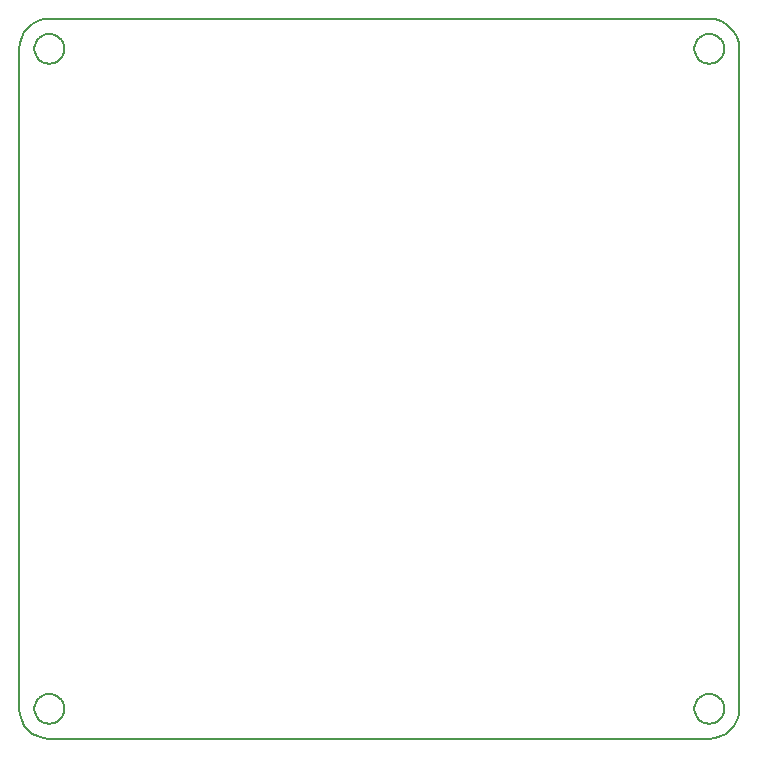
<source format=gbr>
G04 PROTEUS GERBER X2 FILE*
%TF.GenerationSoftware,Labcenter,Proteus,8.17-SP2-Build37159*%
%TF.CreationDate,2024-06-14T20:57:10+00:00*%
%TF.FileFunction,NonPlated,1,2,NPTH*%
%TF.FilePolarity,Positive*%
%TF.Part,Single*%
%TF.SameCoordinates,{55591e3b-a6ba-419d-b1af-bbe9e4acfd0b}*%
%FSLAX45Y45*%
%MOMM*%
G01*
%TA.AperFunction,Profile*%
%ADD11C,0.203200*%
%TD.AperFunction*%
D11*
X+2921000Y-2794000D02*
X+2920573Y-2783591D01*
X+2917101Y-2762772D01*
X+2909845Y-2741953D01*
X+2898017Y-2721134D01*
X+2879920Y-2700476D01*
X+2859101Y-2684955D01*
X+2838282Y-2674970D01*
X+2817463Y-2669186D01*
X+2796644Y-2667028D01*
X+2794000Y-2667000D01*
X+2667000Y-2794000D02*
X+2667427Y-2783591D01*
X+2670899Y-2762772D01*
X+2678155Y-2741953D01*
X+2689983Y-2721134D01*
X+2708080Y-2700476D01*
X+2728899Y-2684955D01*
X+2749718Y-2674970D01*
X+2770537Y-2669186D01*
X+2791356Y-2667028D01*
X+2794000Y-2667000D01*
X+2667000Y-2794000D02*
X+2667427Y-2804409D01*
X+2670899Y-2825228D01*
X+2678155Y-2846047D01*
X+2689983Y-2866866D01*
X+2708080Y-2887524D01*
X+2728899Y-2903045D01*
X+2749718Y-2913030D01*
X+2770537Y-2918814D01*
X+2791356Y-2920972D01*
X+2794000Y-2921000D01*
X+2921000Y-2794000D02*
X+2920573Y-2804409D01*
X+2917101Y-2825228D01*
X+2909845Y-2846047D01*
X+2898017Y-2866866D01*
X+2879920Y-2887524D01*
X+2859101Y-2903045D01*
X+2838282Y-2913030D01*
X+2817463Y-2918814D01*
X+2796644Y-2920972D01*
X+2794000Y-2921000D01*
X-2667000Y-2794000D02*
X-2667427Y-2783591D01*
X-2670899Y-2762772D01*
X-2678155Y-2741953D01*
X-2689983Y-2721134D01*
X-2708080Y-2700476D01*
X-2728899Y-2684955D01*
X-2749718Y-2674970D01*
X-2770537Y-2669186D01*
X-2791356Y-2667028D01*
X-2794000Y-2667000D01*
X-2921000Y-2794000D02*
X-2920573Y-2783591D01*
X-2917101Y-2762772D01*
X-2909845Y-2741953D01*
X-2898017Y-2721134D01*
X-2879920Y-2700476D01*
X-2859101Y-2684955D01*
X-2838282Y-2674970D01*
X-2817463Y-2669186D01*
X-2796644Y-2667028D01*
X-2794000Y-2667000D01*
X-2921000Y-2794000D02*
X-2920573Y-2804409D01*
X-2917101Y-2825228D01*
X-2909845Y-2846047D01*
X-2898017Y-2866866D01*
X-2879920Y-2887524D01*
X-2859101Y-2903045D01*
X-2838282Y-2913030D01*
X-2817463Y-2918814D01*
X-2796644Y-2920972D01*
X-2794000Y-2921000D01*
X-2667000Y-2794000D02*
X-2667427Y-2804409D01*
X-2670899Y-2825228D01*
X-2678155Y-2846047D01*
X-2689983Y-2866866D01*
X-2708080Y-2887524D01*
X-2728899Y-2903045D01*
X-2749718Y-2913030D01*
X-2770537Y-2918814D01*
X-2791356Y-2920972D01*
X-2794000Y-2921000D01*
X-2667000Y+2794000D02*
X-2667427Y+2804409D01*
X-2670899Y+2825228D01*
X-2678155Y+2846047D01*
X-2689983Y+2866866D01*
X-2708080Y+2887524D01*
X-2728899Y+2903045D01*
X-2749718Y+2913030D01*
X-2770537Y+2918814D01*
X-2791356Y+2920972D01*
X-2794000Y+2921000D01*
X-2921000Y+2794000D02*
X-2920573Y+2804409D01*
X-2917101Y+2825228D01*
X-2909845Y+2846047D01*
X-2898017Y+2866866D01*
X-2879920Y+2887524D01*
X-2859101Y+2903045D01*
X-2838282Y+2913030D01*
X-2817463Y+2918814D01*
X-2796644Y+2920972D01*
X-2794000Y+2921000D01*
X-2921000Y+2794000D02*
X-2920573Y+2783591D01*
X-2917101Y+2762772D01*
X-2909845Y+2741953D01*
X-2898017Y+2721134D01*
X-2879920Y+2700476D01*
X-2859101Y+2684955D01*
X-2838282Y+2674970D01*
X-2817463Y+2669186D01*
X-2796644Y+2667028D01*
X-2794000Y+2667000D01*
X-2667000Y+2794000D02*
X-2667427Y+2783591D01*
X-2670899Y+2762772D01*
X-2678155Y+2741953D01*
X-2689983Y+2721134D01*
X-2708080Y+2700476D01*
X-2728899Y+2684955D01*
X-2749718Y+2674970D01*
X-2770537Y+2669186D01*
X-2791356Y+2667028D01*
X-2794000Y+2667000D01*
X+2921000Y+2794000D02*
X+2920573Y+2804409D01*
X+2917101Y+2825228D01*
X+2909845Y+2846047D01*
X+2898017Y+2866866D01*
X+2879920Y+2887524D01*
X+2859101Y+2903045D01*
X+2838282Y+2913030D01*
X+2817463Y+2918814D01*
X+2796644Y+2920972D01*
X+2794000Y+2921000D01*
X+2667000Y+2794000D02*
X+2667427Y+2804409D01*
X+2670899Y+2825228D01*
X+2678155Y+2846047D01*
X+2689983Y+2866866D01*
X+2708080Y+2887524D01*
X+2728899Y+2903045D01*
X+2749718Y+2913030D01*
X+2770537Y+2918814D01*
X+2791356Y+2920972D01*
X+2794000Y+2921000D01*
X+2667000Y+2794000D02*
X+2667427Y+2783591D01*
X+2670899Y+2762772D01*
X+2678155Y+2741953D01*
X+2689983Y+2721134D01*
X+2708080Y+2700476D01*
X+2728899Y+2684955D01*
X+2749718Y+2674970D01*
X+2770537Y+2669186D01*
X+2791356Y+2667028D01*
X+2794000Y+2667000D01*
X+2921000Y+2794000D02*
X+2920573Y+2783591D01*
X+2917101Y+2762772D01*
X+2909845Y+2741953D01*
X+2898017Y+2721134D01*
X+2879920Y+2700476D01*
X+2859101Y+2684955D01*
X+2838282Y+2674970D01*
X+2817463Y+2669186D01*
X+2796644Y+2667028D01*
X+2794000Y+2667000D01*
X-2794000Y-3048000D02*
X-2845183Y-3042839D01*
X-2892859Y-3028036D01*
X-2936004Y-3004615D01*
X-2973597Y-2973597D01*
X-3004615Y-2936004D01*
X-3028036Y-2892859D01*
X-3042839Y-2845183D01*
X-3048000Y-2794000D01*
X+2794000Y-3048000D02*
X+2845183Y-3042839D01*
X+2892859Y-3028036D01*
X+2936004Y-3004615D01*
X+2973597Y-2973597D01*
X+3004615Y-2936004D01*
X+3028036Y-2892859D01*
X+3042839Y-2845183D01*
X+3048000Y-2794000D01*
X+3048000Y+2794000D02*
X+3042839Y+2845183D01*
X+3028036Y+2892859D01*
X+3004615Y+2936004D01*
X+2973597Y+2973597D01*
X+2936004Y+3004615D01*
X+2892859Y+3028036D01*
X+2845183Y+3042839D01*
X+2794000Y+3048000D01*
X-3048000Y+2794000D02*
X-3042839Y+2845183D01*
X-3028036Y+2892859D01*
X-3004615Y+2936004D01*
X-2973597Y+2973597D01*
X-2936004Y+3004615D01*
X-2892859Y+3028036D01*
X-2845183Y+3042839D01*
X-2794000Y+3048000D01*
X-3048000Y+2794000D02*
X-3048000Y-2794000D01*
X-2794000Y-3048000D02*
X+2794000Y-3048000D01*
X+3048000Y-2794000D02*
X+3048000Y+2794000D01*
X+2794000Y+3048000D02*
X-2794000Y+3048000D01*
M02*

</source>
